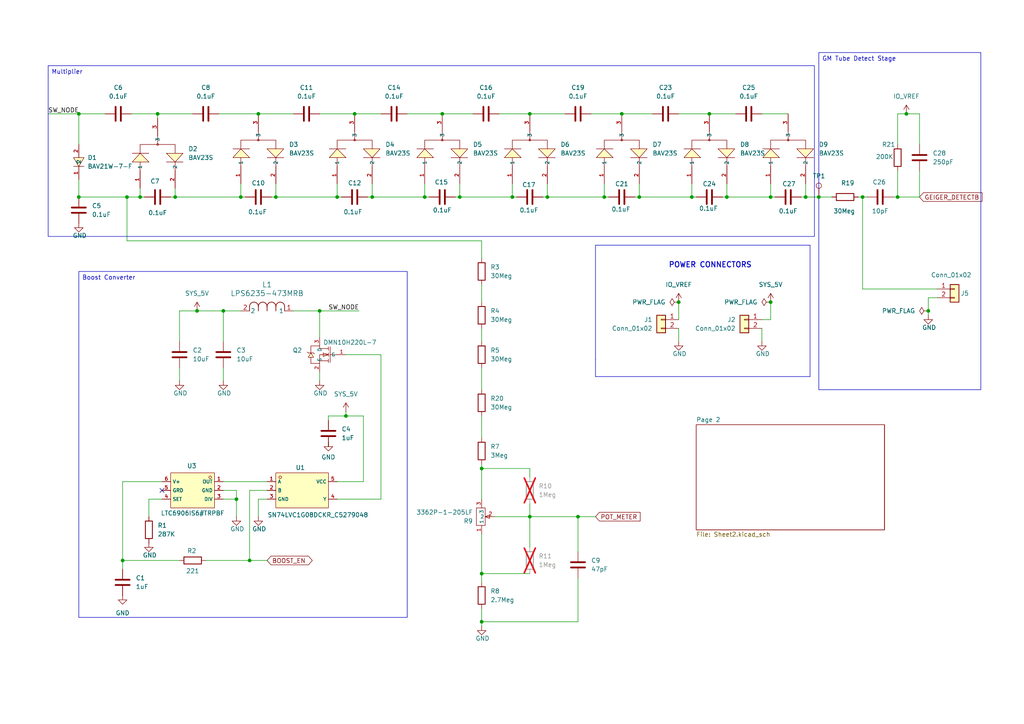
<source format=kicad_sch>
(kicad_sch (version 20250114) (generator "eeschema") (generator_version "9.0")
  (paper "A4")
  (title_block (title "High Voltage Power Supply") (date "2025-12-20") (rev "V1.1"))
  (lib_symbols
    (symbol "3362P-1-205LF:3362P-1-205LF"
      (property "Reference" "R" (at 0 1.27 0))
      (property "Value" "3362P-1-205LF" (at 0 -2.54 0))
      (symbol "3362P-1-205LF_0_1"
        (pin input line (at -2.54 0 0) (length 2.54) (name "2") (number "2"))
        (pin input line (at 1.27 5.08 270) (length 2.54) (name "1") (number "1"))
        (pin input line (at 1.27 -5.08 90) (length 2.54) (name "3") (number "3"))
      )
    )
    (symbol "BAV21W-7-F:BAV21W-7-F"
      (property "Reference" "D" (at 0 1.27 0))
      (property "Value" "BAV21W-7-F" (at 0 -2.54 0))
      (symbol "BAV21W-7-F_1_1"
        (pin passive line (at -5.08 0 0) (length 3.81) (name "1") (number "1"))
        (pin passive line (at 5.08 0 180) (length 3.81) (name "2") (number "2"))
      )
    )
    (symbol "BAV23S:BAV23S"
      (property "Reference" "U" (at 0 1.27 0))
      (property "Value" "BAV23S" (at 0 -2.54 0))
      (symbol "BAV23S_1_1"
        (pin passive line (at -10.16 5.08 0) (length 5.08) (name "1") (number "1"))
        (pin passive line (at -10.16 -5.08 0) (length 5.08) (name "2") (number "2"))
        (pin passive line (at 10.16 0 180) (length 5.08) (name "3") (number "3"))
      )
    )
    (symbol "BAV23S_1"
      (property "Reference" "U11" (at 1.2701 -8.89 90))
      (property "Value" "BAV23S" (at -1.2699 -8.89 90))
      (symbol "BAV23S_1_1_1"
        (pin passive line (at -10.16 5.08 0) (length 5.08) (name "1") (number "1"))
        (pin passive line (at -10.16 -5.08 0) (length 5.08) (name "2") (number "2"))
        (pin passive line (at 10.16 0 180) (length 5.08) (name "3") (number "3"))
      )
    )
    (symbol "Connector:TestPoint" (pin_numbers (hide yes)) (pin_names (offset 0.762) (hide yes))
      (property "Reference" "TP" (at 0 6.858 0))
      (property "Value" "TestPoint" (at 0 5.08 0))
      (symbol "TestPoint_1_1"
        (pin passive line (at 0 0 90) (length 2.54) (name "1") (number "1"))
      )
    )
    (symbol "Connector_Generic:Conn_01x02" (pin_names (offset 1.016) (hide yes))
      (property "Reference" "J" (at 0 2.54 0))
      (property "Value" "Conn_01x02" (at 0 -5.08 0))
      (symbol "Conn_01x02_1_1"
        (pin passive line (at -5.08 0 0) (length 3.81) (name "Pin_1") (number "1"))
        (pin passive line (at -5.08 -2.54 0) (length 3.81) (name "Pin_2") (number "2"))
      )
    )
    (symbol "DMN10H220L-7:DMN10H220L-7"
      (property "Reference" "U3" (at 7.62 1.2701 0))
      (property "Value" "DMN10H220L-7" (at -13.97 3.556 0))
      (symbol "DMN10H220L-7_1_1"
        (pin input line (at -5.08 0 0) (length 2.54) (name "G") (number "1"))
        (pin passive line (at 2.54 5.08 270) (length 2.54) (name "D") (number "3"))
        (pin passive line (at 2.54 -5.08 90) (length 2.54) (name "S") (number "2"))
      )
    )
    (symbol "Device:C" (pin_numbers (hide yes)) (pin_names (offset 0.254))
      (property "Reference" "C" (at 0.635 2.54 0))
      (property "Value" "C" (at 0.635 -2.54 0))
      (symbol "C_1_1"
        (pin passive line (at 0 3.81 270) (length 2.794) (name "~") (number "1"))
        (pin passive line (at 0 -3.81 90) (length 2.794) (name "~") (number "2"))
      )
    )
    (symbol "Device:R" (pin_numbers (hide yes)) (pin_names (offset 0))
      (property "Reference" "R" (at 2.032 0 90))
      (property "Value" "R" (at 0 0 90))
      (symbol "R_1_1"
        (pin passive line (at 0 3.81 270) (length 1.27) (name "~") (number "1"))
        (pin passive line (at 0 -3.81 90) (length 1.27) (name "~") (number "2"))
      )
    )
    (symbol "HV_POWER_SUPPLY:LTC6906IS6#TRPBF"
      (property "Reference" "U1" (at 0.254 7.112 0))
      (property "Value" "LTC6906IS6#TRPBF" (at 0 -6.604 0))
      (symbol "LTC6906IS6#TRPBF_1_1"
        (pin output line (at -8.89 2.54 0) (length 2.54) (name "OUT") (number "1"))
        (pin input line (at -8.89 0 0) (length 2.54) (name "GND") (number "2"))
        (pin input line (at -8.89 -2.54 0) (length 2.54) (name "DIV") (number "3"))
        (pin input line (at 8.89 2.54 180) (length 2.54) (name "V+") (number "6"))
        (pin input line (at 8.89 0 180) (length 2.54) (name "GRD") (number "5"))
        (pin input line (at 8.89 -2.54 180) (length 2.54) (name "SET") (number "4"))
      )
    )
    (symbol "LPS6235-473MRB:LPS6235-473MRB" (pin_names (offset 0.254))
      (property "Reference" "L" (at 6.985 5.08 0))
      (property "Value" "LPS6235-473MRB" (at 6.985 -2.54 0))
      (symbol "LPS6235-473MRB_1_1"
        (pin unspecified line (at 0 0 0) (length 2.54) (name "2") (number "2"))
        (pin unspecified line (at 15.24 0 180) (length 2.54) (name "1") (number "1"))
      )
      (symbol "LPS6235-473MRB_1_2"
        (pin unspecified line (at 0 15.24 270) (length 2.54) (name "1") (number "1"))
        (pin unspecified line (at 0 0 90) (length 2.54) (name "2") (number "2"))
      )
    )
    (symbol "SN74LVC1G08DCKR:SN74LVC1G08DCKR_C5279048"
      (property "Reference" "U2" (at -0.508 6.604 0))
      (property "Value" "SN74LVC1G08DCKR_C5279048" (at 4.572 -7.112 0))
      (symbol "SN74LVC1G08DCKR_C5279048_1_1"
        (pin input line (at -10.16 2.54 0) (length 2.54) (name "A") (number "1"))
        (pin input line (at -10.16 0 0) (length 2.54) (name "B") (number "2"))
        (pin input line (at -10.16 -2.54 0) (length 2.54) (name "GND") (number "3"))
        (pin input line (at 10.16 2.54 180) (length 2.54) (name "VCC") (number "5"))
        (pin output line (at 10.16 -2.54 180) (length 2.54) (name "Y") (number "4"))
      )
    )
    (symbol "power:GND" (power) (pin_numbers (hide yes)) (pin_names (offset 0) (hide yes))
      (property "Value" "GND" (at 0 -3.81 0))
      (symbol "GND_1_1"
        (pin power_in line (at 0 0 270) (length 0) (name "~") (number "1"))
      )
    )
    (symbol "power:PWR_FLAG" (power) (pin_numbers (hide yes)) (pin_names (offset 0) (hide yes))
      (property "Value" "PWR_FLAG" (at 0 3.81 0))
      (symbol "PWR_FLAG_0_0"
        (pin power_out line (at 0 0 90) (length 0) (name "~") (number "1"))
      )
    )
    (symbol "power:VCC" (power) (pin_numbers (hide yes)) (pin_names (offset 0) (hide yes))
      (property "Value" "VCC" (at 0 3.556 0))
      (symbol "VCC_1_1"
        (pin power_in line (at 0 0 90) (length 0) (name "~") (number "1"))
      )
    )
  )
  (text "POWER CONNECTORS" (at 205.994 76.962 0) (effects (font (size 1.524 1.524) (thickness 0.254) (bold yes))))
  (text_box "Boost Converter" (at 22.86 78.74 0) (size 95.25 100.33) (margins 0.9525 0.9525 0.9525 0.9525) (effects (font (size 1.27 1.27)) (justify left top)))
  (text_box "GM Tube Detect Stage" (at 237.49 15.24 0) (size 46.99 97.79) (margins 0.9525 0.9525 0.9525 0.9525) (effects (font (size 1.27 1.27)) (justify left top)))
  (text_box "Multiplier" (at 13.97 19.05 0) (size 222.25 49.53) (margins 0.9525 0.9525 0.9525 0.9525) (effects (font (size 1.27 1.27)) (justify left top)))
  (junction (at 180.34 33.02))
  (junction (at 22.86 33.02))
  (junction (at 139.7 180.34))
  (junction (at 74.93 33.02))
  (junction (at 68.58 144.78))
  (junction (at 92.71 90.17))
  (junction (at 36.83 57.15))
  (junction (at 223.52 57.15))
  (junction (at 153.67 149.86))
  (junction (at 148.59 57.15))
  (junction (at 237.49 57.15))
  (junction (at 57.15 90.17))
  (junction (at 260.35 57.15))
  (junction (at 123.19 57.15))
  (junction (at 107.95 57.15))
  (junction (at 64.77 90.17))
  (junction (at 175.26 57.15))
  (junction (at 50.8 57.15))
  (junction (at 45.72 33.02))
  (junction (at 250.19 57.15))
  (junction (at 69.85 57.15))
  (junction (at 185.42 57.15))
  (junction (at 210.82 57.15))
  (junction (at 35.56 162.56))
  (junction (at 196.85 87.63))
  (junction (at 262.89 33.02))
  (junction (at 80.01 57.15))
  (junction (at 97.79 57.15))
  (junction (at 100.33 120.65))
  (junction (at 153.67 33.02))
  (junction (at 269.24 90.17))
  (junction (at 139.7 135.89))
  (junction (at 22.86 57.15))
  (junction (at 72.39 162.56))
  (junction (at 128.27 33.02))
  (junction (at 205.74 33.02))
  (junction (at 167.64 149.86))
  (junction (at 40.64 57.15))
  (junction (at 233.68 57.15))
  (junction (at 158.75 57.15))
  (junction (at 133.35 57.15))
  (junction (at 200.66 57.15))
  (junction (at 139.7 166.37))
  (junction (at 102.87 33.02))
  (junction (at 223.52 87.63))
  (no_connect (at 46.99 142.24))
  (wire (pts (xy 139.7 106.68) (xy 139.7 113.03)))
  (wire (pts (xy 92.71 107.95) (xy 92.71 110.49)))
  (wire (pts (xy 233.68 53.34) (xy 233.68 57.15)))
  (wire (pts (xy 74.93 33.02) (xy 85.09 33.02)))
  (polyline (pts (xy 172.72 71.12) (xy 234.95 71.12)))
  (wire (pts (xy 64.77 139.7) (xy 77.47 139.7)))
  (wire (pts (xy 100.33 120.65) (xy 100.33 119.38)))
  (wire (pts (xy 13.97 33.02) (xy 22.86 33.02)))
  (wire (pts (xy 105.41 139.7) (xy 105.41 120.65)))
  (wire (pts (xy 158.75 57.15) (xy 175.26 57.15)))
  (wire (pts (xy 95.25 120.65) (xy 100.33 120.65)))
  (wire (pts (xy 133.35 57.15) (xy 148.59 57.15)))
  (wire (pts (xy 78.74 57.15) (xy 80.01 57.15)))
  (wire (pts (xy 220.98 92.71) (xy 223.52 92.71)))
  (wire (pts (xy 85.09 90.17) (xy 92.71 90.17)))
  (wire (pts (xy 74.93 144.78) (xy 74.93 149.86)))
  (wire (pts (xy 64.77 142.24) (xy 68.58 142.24)))
  (wire (pts (xy 22.86 33.02) (xy 30.48 33.02)))
  (wire (pts (xy 50.8 57.15) (xy 69.85 57.15)))
  (wire (pts (xy 148.59 57.15) (xy 149.86 57.15)))
  (wire (pts (xy 153.67 149.86) (xy 167.64 149.86)))
  (wire (pts (xy 52.07 99.06) (xy 52.07 90.17)))
  (wire (pts (xy 139.7 154.94) (xy 139.7 166.37)))
  (wire (pts (xy 110.49 102.87) (xy 100.33 102.87)))
  (wire (pts (xy 95.25 120.65) (xy 95.25 121.92)))
  (wire (pts (xy 266.7 33.02) (xy 266.7 41.91)))
  (wire (pts (xy 185.42 53.34) (xy 185.42 57.15)))
  (wire (pts (xy 167.64 180.34) (xy 139.7 180.34)))
  (wire (pts (xy 175.26 53.34) (xy 175.26 57.15)))
  (wire (pts (xy 102.87 33.02) (xy 110.49 33.02)))
  (wire (pts (xy 269.24 90.17) (xy 269.24 86.36)))
  (wire (pts (xy 45.72 33.02) (xy 55.88 33.02)))
  (wire (pts (xy 64.77 90.17) (xy 69.85 90.17)))
  (wire (pts (xy 167.64 149.86) (xy 172.72 149.86)))
  (wire (pts (xy 22.86 41.91) (xy 22.86 33.02)))
  (wire (pts (xy 262.89 33.02) (xy 266.7 33.02)))
  (wire (pts (xy 223.52 57.15) (xy 224.79 57.15)))
  (wire (pts (xy 210.82 53.34) (xy 210.82 57.15)))
  (wire (pts (xy 36.83 69.85) (xy 36.83 57.15)))
  (wire (pts (xy 269.24 86.36) (xy 271.78 86.36)))
  (wire (pts (xy 92.71 33.02) (xy 102.87 33.02)))
  (polyline (pts (xy 172.72 104.14) (xy 172.72 71.12)))
  (wire (pts (xy 92.71 90.17) (xy 104.14 90.17)))
  (wire (pts (xy 248.92 57.15) (xy 250.19 57.15)))
  (polyline (pts (xy 234.95 109.22) (xy 172.72 109.22)))
  (wire (pts (xy 49.53 57.15) (xy 50.8 57.15)))
  (wire (pts (xy 139.7 135.89) (xy 153.67 135.89)))
  (wire (pts (xy 266.7 49.53) (xy 266.7 57.15)))
  (wire (pts (xy 35.56 162.56) (xy 52.07 162.56)))
  (wire (pts (xy 64.77 144.78) (xy 68.58 144.78)))
  (wire (pts (xy 106.68 57.15) (xy 107.95 57.15)))
  (wire (pts (xy 139.7 69.85) (xy 139.7 74.93)))
  (wire (pts (xy 97.79 139.7) (xy 105.41 139.7)))
  (wire (pts (xy 41.91 57.15) (xy 40.64 57.15)))
  (wire (pts (xy 259.08 57.15) (xy 260.35 57.15)))
  (wire (pts (xy 35.56 162.56) (xy 35.56 139.7)))
  (wire (pts (xy 139.7 82.55) (xy 139.7 87.63)))
  (wire (pts (xy 110.49 102.87) (xy 110.49 144.78)))
  (wire (pts (xy 123.19 53.34) (xy 123.19 57.15)))
  (wire (pts (xy 250.19 83.82) (xy 250.19 57.15)))
  (wire (pts (xy 64.77 106.68) (xy 64.77 110.49)))
  (wire (pts (xy 237.49 57.15) (xy 241.3 57.15)))
  (wire (pts (xy 139.7 120.65) (xy 139.7 127)))
  (wire (pts (xy 50.8 54.61) (xy 50.8 57.15)))
  (wire (pts (xy 167.64 167.64) (xy 167.64 180.34)))
  (wire (pts (xy 185.42 57.15) (xy 200.66 57.15)))
  (wire (pts (xy 100.33 120.65) (xy 105.41 120.65)))
  (wire (pts (xy 153.67 146.05) (xy 153.67 149.86)))
  (wire (pts (xy 128.27 33.02) (xy 137.16 33.02)))
  (wire (pts (xy 57.15 90.17) (xy 64.77 90.17)))
  (wire (pts (xy 232.41 57.15) (xy 233.68 57.15)))
  (polyline (pts (xy 234.95 71.12) (xy 234.95 109.22)))
  (wire (pts (xy 139.7 166.37) (xy 153.67 166.37)))
  (wire (pts (xy 52.07 106.68) (xy 52.07 110.49)))
  (wire (pts (xy 59.69 162.56) (xy 72.39 162.56)))
  (wire (pts (xy 205.74 33.02) (xy 213.36 33.02)))
  (wire (pts (xy 143.51 149.86) (xy 153.67 149.86)))
  (wire (pts (xy 196.85 95.25) (xy 196.85 99.06)))
  (wire (pts (xy 153.67 33.02) (xy 163.83 33.02)))
  (wire (pts (xy 223.52 92.71) (xy 223.52 87.63)))
  (wire (pts (xy 260.35 57.15) (xy 266.7 57.15)))
  (wire (pts (xy 158.75 57.15) (xy 158.75 53.34)))
  (wire (pts (xy 220.98 95.25) (xy 220.98 99.06)))
  (wire (pts (xy 148.59 53.34) (xy 148.59 57.15)))
  (wire (pts (xy 77.47 142.24) (xy 72.39 142.24)))
  (wire (pts (xy 139.7 180.34) (xy 139.7 181.61)))
  (wire (pts (xy 72.39 142.24) (xy 72.39 162.56)))
  (wire (pts (xy 52.07 90.17) (xy 57.15 90.17)))
  (wire (pts (xy 45.72 33.02) (xy 38.1 33.02)))
  (wire (pts (xy 107.95 57.15) (xy 123.19 57.15)))
  (wire (pts (xy 260.35 33.02) (xy 262.89 33.02)))
  (wire (pts (xy 171.45 33.02) (xy 180.34 33.02)))
  (wire (pts (xy 167.64 149.86) (xy 167.64 160.02)))
  (wire (pts (xy 209.55 57.15) (xy 210.82 57.15)))
  (wire (pts (xy 45.72 34.29) (xy 45.72 33.02)))
  (wire (pts (xy 184.15 57.15) (xy 185.42 57.15)))
  (wire (pts (xy 132.08 57.15) (xy 133.35 57.15)))
  (wire (pts (xy 43.18 144.78) (xy 46.99 144.78)))
  (wire (pts (xy 153.67 138.43) (xy 153.67 135.89)))
  (wire (pts (xy 63.5 33.02) (xy 74.93 33.02)))
  (wire (pts (xy 139.7 176.53) (xy 139.7 180.34)))
  (wire (pts (xy 220.98 33.02) (xy 228.6 33.02)))
  (wire (pts (xy 40.64 54.61) (xy 40.64 57.15)))
  (wire (pts (xy 35.56 139.7) (xy 46.99 139.7)))
  (wire (pts (xy 43.18 149.86) (xy 43.18 144.78)))
  (wire (pts (xy 97.79 53.34) (xy 97.79 57.15)))
  (wire (pts (xy 68.58 142.24) (xy 68.58 144.78)))
  (wire (pts (xy 22.86 52.07) (xy 22.86 57.15)))
  (wire (pts (xy 71.12 57.15) (xy 69.85 57.15)))
  (wire (pts (xy 153.67 33.02) (xy 144.78 33.02)))
  (wire (pts (xy 153.67 149.86) (xy 153.67 158.75)))
  (wire (pts (xy 133.35 53.34) (xy 133.35 57.15)))
  (wire (pts (xy 124.46 57.15) (xy 123.19 57.15)))
  (wire (pts (xy 139.7 135.89) (xy 139.7 144.78)))
  (wire (pts (xy 175.26 57.15) (xy 176.53 57.15)))
  (wire (pts (xy 36.83 57.15) (xy 40.64 57.15)))
  (wire (pts (xy 200.66 57.15) (xy 201.93 57.15)))
  (wire (pts (xy 107.95 53.34) (xy 107.95 57.15)))
  (wire (pts (xy 269.24 91.44) (xy 269.24 90.17)))
  (wire (pts (xy 223.52 53.34) (xy 223.52 57.15)))
  (wire (pts (xy 180.34 33.02) (xy 189.23 33.02)))
  (wire (pts (xy 260.35 57.15) (xy 260.35 49.53)))
  (wire (pts (xy 250.19 57.15) (xy 251.46 57.15)))
  (wire (pts (xy 80.01 57.15) (xy 97.79 57.15)))
  (wire (pts (xy 200.66 53.34) (xy 200.66 57.15)))
  (wire (pts (xy 196.85 33.02) (xy 205.74 33.02)))
  (wire (pts (xy 139.7 95.25) (xy 139.7 99.06)))
  (wire (pts (xy 260.35 41.91) (xy 260.35 33.02)))
  (wire (pts (xy 118.11 33.02) (xy 128.27 33.02)))
  (wire (pts (xy 64.77 99.06) (xy 64.77 90.17)))
  (wire (pts (xy 139.7 166.37) (xy 139.7 168.91)))
  (wire (pts (xy 210.82 57.15) (xy 223.52 57.15)))
  (wire (pts (xy 233.68 57.15) (xy 237.49 57.15)))
  (wire (pts (xy 69.85 53.34) (xy 69.85 57.15)))
  (wire (pts (xy 196.85 87.63) (xy 196.85 92.71)))
  (wire (pts (xy 22.86 57.15) (xy 36.83 57.15)))
  (wire (pts (xy 97.79 57.15) (xy 99.06 57.15)))
  (wire (pts (xy 92.71 90.17) (xy 92.71 97.79)))
  (wire (pts (xy 68.58 144.78) (xy 68.58 149.86)))
  (wire (pts (xy 35.56 165.1) (xy 35.56 162.56)))
  (wire (pts (xy 97.79 144.78) (xy 110.49 144.78)))
  (polyline (pts (xy 172.72 104.14) (xy 172.72 109.22)))
  (wire (pts (xy 80.01 53.34) (xy 80.01 57.15)))
  (wire (pts (xy 139.7 134.62) (xy 139.7 135.89)))
  (wire (pts (xy 72.39 162.56) (xy 77.47 162.56)))
  (wire (pts (xy 157.48 57.15) (xy 158.75 57.15)))
  (wire (pts (xy 139.7 69.85) (xy 36.83 69.85)))
  (wire (pts (xy 95.25 129.54) (xy 95.25 128.27)))
  (wire (pts (xy 77.47 144.78) (xy 74.93 144.78)))
  (wire (pts (xy 250.19 83.82) (xy 271.78 83.82)))
  (label "SW_NODE" (at 13.97 33.02 0))
  (label "SW_NODE" (at 104.14 90.17 180))
  (global_label "POT_METER" (shape input) (at 172.72 149.86 0) (property "Intersheetrefs" "${INTERSHEET_REFS}" (effects (hide yes))))
  (global_label "BOOST_EN" (shape bidirectional) (at 77.47 162.56 0) (property "Intersheetrefs" "${INTERSHEET_REFS}" (effects (hide yes))))
  (global_label "GEIGER_DETECTB" (shape input) (at 266.7 57.15 0) (property "Intersheetrefs" "${INTERSHEET_REFS}" (effects (hide yes))))
  (symbol (lib_id "Device:C") (at 167.64 163.83 0) (unit 1)
    (property "Reference" "C9" (at 171.45 162.5599 0) (effects (justify left)))
    (property "Value" "47pF" (at 171.45 165.0999 0) (effects (justify left)))
    (property "Footprint" "Capacitor_SMD:C_0603_1608Metric" (effects (hide yes)))
    (property "Description" "47pF 50V X7R ±10% 0603" (effects (hide yes)))
    (property "LCSC" "C2169937" (effects (hide yes)))
    (property "Package" "0603" (effects (hide yes)))
    (property "manufacturer Part Number" " C0603C470K5RACAUTO" (effects (hide yes)))
    (property "Manufacturer" "KEMET" (effects (hide yes)))
  )
  (symbol (lib_id "power:VCC") (at 196.85 87.63 0) (unit 1)
    (property "Reference" "#PWR020" (effects (hide yes)))
    (property "Value" "IO_VREF" (at 196.85 82.55 0))
    (property "Description" "Power symbol creates a global label with name \"VCC\"" (effects (hide yes)))
  )
  (symbol (lib_id "3362P-1-205LF:3362P-1-205LF") (at 140.97 149.86 180) (unit 1)
    (property "Reference" "R9" (at 137.16 151.1301 0) (effects (justify left)))
    (property "Value" "3362P-1-205LF" (at 137.16 148.5901 0) (effects (justify left)))
    (property "Footprint" "HV_POWER_SUPPLY:RES-ADJ-TH_3362P" (effects (hide yes)))
    (property "Datasheet" "https://lcsc.com/product-detail/Precision-Potentiometer_Made-in-China-3362P-1-105_C20063.html" (effects (hide yes)))
    (property "Description" "1 2MΩ 500mW ±10% ±100ppm/℃ Plugin-3P,7x6.6mm Potentiometers" (effects (hide yes)))
    (property "LCSC" "C124582" (effects (hide yes)))
    (property "Package" "Plugin-3P,7x6.6mm" (effects (hide yes)))
    (property "manufacturer Part Number" "3362P-1-205LF" (effects (hide yes)))
    (property "Manufacturer" "BOURNS" (effects (hide yes)))
  )
  (symbol (lib_id "Device:R") (at 139.7 130.81 0) (unit 1)
    (property "Reference" "R7" (at 142.24 129.5399 0) (effects (justify left)))
    (property "Value" "3Meg" (at 142.24 132.0799 0) (effects (justify left)))
    (property "Footprint" "Resistor_SMD:R_0603_1608Metric" (effects (hide yes)))
    (property "Description" "3MΩ Thick Film Resistor ±1% ±100ppm/℃ 0603  100mW" (effects (hide yes)))
    (property "Package" "0603" (effects (hide yes)))
    (property "manufacturer Part Number" "CRCW06033M00FKEA" (effects (hide yes)))
    (property "LCSC" "C4299696" (effects (hide yes)))
    (property "Manufacturer" "Vishay Intertech" (effects (hide yes)))
  )
  (symbol (lib_id "power:PWR_FLAG") (at 269.24 90.17 90) (unit 1)
    (property "Reference" "#FLG03" (effects (hide yes)))
    (property "Value" "PWR_FLAG" (at 265.43 90.1699 90) (effects (justify left)))
    (property "Description" "Special symbol for telling ERC where power comes from" (effects (hide yes)))
  )
  (symbol (lib_id "power:VCC") (at 262.89 33.02 0) (unit 1)
    (property "Reference" "#PWR013" (effects (hide yes)))
    (property "Value" "IO_VREF" (at 262.89 27.94 0))
    (property "Description" "Power symbol creates a global label with name \"VCC\"" (effects (hide yes)))
  )
  (symbol (lib_id "Connector:TestPoint") (at 237.49 57.15 0) (unit 1)
    (property "Reference" "TP1" (at 235.712 51.054 0) (effects (justify left)))
    (property "Value" "TestPoint" (effects (hide yes)))
    (property "Footprint" "TestPoint:TestPoint_Pad_1.0x1.0mm" (effects (hide yes)))
    (property "Description" "test point" (effects (hide yes)))
  )
  (symbol (lib_id "Device:C") (at 217.17 33.02 90) (unit 1)
    (property "Reference" "C25" (at 217.17 25.4 90))
    (property "Value" "0.1uF" (at 217.17 27.94 90))
    (property "Footprint" "Capacitor_SMD:C_1206_3216Metric" (effects (hide yes)))
    (property "Description" "100V 100nF X7R ±10% 1206" (effects (hide yes)))
    (property "LCSC" "C597455" (effects (hide yes)))
    (property "Package" "1206" (effects (hide yes)))
    (property "manufacturer Part Number" " 12061C104JAT2A" (effects (hide yes)))
    (property "Manufacturer" "AVX" (effects (hide yes)))
  )
  (symbol (lib_id "power:GND") (at 64.77 110.49 0) (unit 1)
    (property "Reference" "#PWR09" (effects (hide yes)))
    (property "Value" "GND" (at 65.024 114.046 0))
    (property "Description" "Power symbol creates a global label with name \"GND\" , ground" (effects (hide yes)))
  )
  (symbol (lib_id "Device:R") (at 43.18 153.67 0) (unit 1)
    (property "Reference" "R1" (at 45.72 152.3999 0) (effects (justify left)))
    (property "Value" "287K" (at 45.72 154.9399 0) (effects (justify left)))
    (property "Footprint" "Resistor_SMD:R_0603_1608Metric" (effects (hide yes)))
    (property "Description" "100mW 287kΩ 75V Thick Film Resistor ±1% ±100ppm/℃ 0603" (effects (hide yes)))
    (property "Package" "0603" (effects (hide yes)))
    (property "manufacturer Part Number" "RC0603FR-07287KL" (effects (hide yes)))
    (property "LCSC" "C245944" (effects (hide yes)))
    (property "Manufacturer" "YAGEO" (effects (hide yes)))
  )
  (symbol (lib_id "Device:C") (at 52.07 102.87 0) (unit 1)
    (property "Reference" "C2" (at 55.88 101.5999 0) (effects (justify left)))
    (property "Value" "10uF" (at 55.88 104.1399 0) (effects (justify left)))
    (property "Footprint" "Capacitor_SMD:C_0805_2012Metric" (effects (hide yes)))
    (property "Description" "10uF 16V X5R ±10% 0805" (effects (hide yes)))
    (property "LCSC" "C77075" (effects (hide yes)))
    (property "Package" "0805" (effects (hide yes)))
    (property "manufacturer Part Number" "GRM21BR61C106KE15L" (effects (hide yes)))
    (property "Manufacturer" "Murata Electronics" (effects (hide yes)))
  )
  (symbol (lib_id "power:GND") (at 92.71 110.49 0) (unit 1)
    (property "Reference" "#PWR07" (effects (hide yes)))
    (property "Value" "GND" (at 92.964 114.046 0))
    (property "Description" "Power symbol creates a global label with name \"GND\" , ground" (effects (hide yes)))
  )
  (symbol (lib_id "Connector_Generic:Conn_01x02") (at 215.9 92.71 0) (mirror y) (unit 1)
    (property "Reference" "J2" (at 213.36 92.7099 0) (effects (justify left)))
    (property "Value" "Conn_01x02" (at 213.36 95.2499 0) (effects (justify left)))
    (property "Footprint" "Connector_PinHeader_2.54mm:PinHeader_1x02_P2.54mm_Vertical" (effects (hide yes)))
    (property "Description" "P=2.54mm Pin Headers" (effects (hide yes)))
    (property "Package" "Plugin,P=2.54mm" (effects (hide yes)))
    (property "manufacturer Part Number" "PH1-02-UA" (effects (hide yes)))
    (property "LCSC" "C5828287" (effects (hide yes)))
    (property "Manufacturer" "ADAM TECH" (effects (hide yes)))
  )
  (symbol (lib_id "power:GND") (at 269.24 91.44 0) (unit 1)
    (property "Reference" "#PWR030" (effects (hide yes)))
    (property "Value" "GND" (at 269.494 94.996 0))
    (property "Description" "Power symbol creates a global label with name \"GND\" , ground" (effects (hide yes)))
  )
  (symbol (lib_id "power:VCC") (at 100.33 119.38 0) (unit 1)
    (property "Reference" "#PWR06" (effects (hide yes)))
    (property "Value" "SYS_5V" (at 100.33 114.3 0))
    (property "Description" "Power symbol creates a global label with name \"VCC\"" (effects (hide yes)))
  )
  (symbol (lib_id "power:GND") (at 52.07 110.49 0) (unit 1)
    (property "Reference" "#PWR08" (effects (hide yes)))
    (property "Value" "GND" (at 52.324 114.046 0))
    (property "Description" "Power symbol creates a global label with name \"GND\" , ground" (effects (hide yes)))
  )
  (symbol (lib_id "Device:C") (at 228.6 57.15 90) (unit 1)
    (property "Reference" "C27" (at 228.854 53.34 90))
    (property "Value" "0.1uF" (at 228.6 61.214 90))
    (property "Footprint" "Capacitor_SMD:C_1206_3216Metric" (effects (hide yes)))
    (property "Description" "100V 100nF X7R ±10% 1206" (effects (hide yes)))
    (property "LCSC" "C597455" (effects (hide yes)))
    (property "Package" "1206" (effects (hide yes)))
    (property "manufacturer Part Number" " 12061C104JAT2A" (effects (hide yes)))
    (property "Manufacturer" "AVX" (effects (hide yes)))
  )
  (symbol (lib_id "BAV23S:BAV23S") (at 153.67 43.18 90) (unit 1)
    (property "Reference" "D6" (at 162.56 41.9099 90) (effects (justify right)))
    (property "Value" "BAV23S" (at 162.56 44.4499 90) (effects (justify right)))
    (property "Footprint" "HV_POWER_SUPPLY:BAV23S_SOT-23-3_L2.9-W1.6-P1.90-LS2.8-BR" (effects (hide yes)))
    (property "Datasheet" "https://item.szlcsc.com/14454.html" (effects (hide yes)))
    (property "Description" ".25V@200mA 100nA@200V 200V 350mW 400mA 50ns SOT-23 Switching Diodes" (effects (hide yes)))
    (property "LCSC" "C151049" (effects (hide yes)))
    (property "Package" "SOT-23" (effects (hide yes)))
    (property "manufacturer Part Number" "BAV23S" (effects (hide yes)))
    (property "Manufacturer" "Diodes Incorporated" (effects (hide yes)))
  )
  (symbol (lib_id "Device:C") (at 255.27 57.15 90) (unit 1)
    (property "Reference" "C26" (at 255.016 52.832 90))
    (property "Value" "10pF" (at 255.27 61.214 90))
    (property "Footprint" "Capacitor_SMD:C_1206_3216Metric" (effects (hide yes)))
    (property "Description" "10pF 1kV C0G ±5% 1206" (effects (hide yes)))
    (property "LCSC" "C22374878" (effects (hide yes)))
    (property "Package" "1206" (effects (hide yes)))
    (property "manufacturer Part Number" "CGA1206C0G100J102MT" (effects (hide yes)))
    (property "Manufacturer" "HRE" (effects (hide yes)))
  )
  (symbol (lib_id "Device:R") (at 245.11 57.15 90) (unit 1)
    (property "Reference" "R19" (at 245.872 53.086 90))
    (property "Value" "30Meg" (at 244.856 61.214 90))
    (property "Footprint" "Resistor_SMD:R_0805_2012Metric" (effects (hide yes)))
    (property "Description" "30MΩ 600V Thick Film Resistor ±1% ±50ppm/℃ 0805  200mW" (effects (hide yes)))
    (property "Package" "0805" (effects (hide yes)))
    (property "manufacturer Part Number" "HVCB0805FDC30M0" (effects (hide yes)))
    (property "LCSC" " HVCB0805FDC30M0" (effects (hide yes)))
    (property "Manufacturer" "SEI(Stackpole Elec)" (effects (hide yes)))
  )
  (symbol (lib_id "Device:C") (at 95.25 125.73 0) (unit 1)
    (property "Reference" "C4" (at 99.06 124.4599 0) (effects (justify left)))
    (property "Value" "1uF" (at 99.06 126.9999 0) (effects (justify left)))
    (property "Footprint" "Capacitor_SMD:C_0603_1608Metric" (effects (hide yes)))
    (property "Description" "16V 1uF X7R ±10% 0603" (effects (hide yes)))
    (property "LCSC" "C4153100" (effects (hide yes)))
    (property "Package" "0603" (effects (hide yes)))
    (property "manufacturer Part Number" "0603YC105KAT2A" (effects (hide yes)))
    (property "Manufacturer" "AVX" (effects (hide yes)))
  )
  (symbol (lib_id "Device:C") (at 88.9 33.02 90) (unit 1)
    (property "Reference" "C11" (at 88.9 25.4 90))
    (property "Value" "0.1uF" (at 88.9 27.94 90))
    (property "Footprint" "Capacitor_SMD:C_1206_3216Metric" (effects (hide yes)))
    (property "Description" "100V 100nF X7R ±10% 1206" (effects (hide yes)))
    (property "LCSC" "C597455" (effects (hide yes)))
    (property "Package" "1206" (effects (hide yes)))
    (property "manufacturer Part Number" " 12061C104JAT2A" (effects (hide yes)))
    (property "Manufacturer" "AVX" (effects (hide yes)))
  )
  (symbol (lib_id "SN74LVC1G08DCKR:SN74LVC1G08DCKR_C5279048") (at 87.63 142.24 0) (unit 1)
    (property "Reference" "U1" (at 87.122 135.636 0))
    (property "Value" "SN74LVC1G08DCKR_C5279048" (at 92.202 149.352 0))
    (property "Footprint" "HV_POWER_SUPPLY:SC-70-5_L2.0-W1.3-P0.65-LS2.1-BR" (effects (hide yes)))
    (property "Datasheet" "https://www.ti.com/cn/lit/ds/symlink/tps3803-ep.pdf?ts=1643197450925" (effects (hide yes)))
    (property "Description" "800mV 74LVC Series AND Gate SC-70-5" (effects (hide yes)))
    (property "LCSC" "C7832" (effects (hide yes)))
    (property "Package" "SC-70-5" (effects (hide yes)))
    (property "manufacturer Part Number" "SN74LVC1G08DCKR" (effects (hide yes)))
    (property "Manufacturer" "Texas Instruments" (effects (hide yes)))
  )
  (symbol (lib_id "Device:C") (at 180.34 57.15 90) (unit 1)
    (property "Reference" "C21" (at 180.34 53.34 90))
    (property "Value" "0.1uF" (at 180.086 60.706 90))
    (property "Footprint" "Capacitor_SMD:C_1206_3216Metric" (effects (hide yes)))
    (property "Description" "100V 100nF X7R ±10% 1206" (effects (hide yes)))
    (property "LCSC" "C597455" (effects (hide yes)))
    (property "Package" "1206" (effects (hide yes)))
    (property "manufacturer Part Number" " 12061C104JAT2A" (effects (hide yes)))
    (property "Manufacturer" "AVX" (effects (hide yes)))
  )
  (symbol (lib_id "Device:R") (at 139.7 172.72 0) (unit 1)
    (property "Reference" "R8" (at 142.24 171.4499 0) (effects (justify left)))
    (property "Value" "2.7Meg" (at 142.24 173.9899 0) (effects (justify left)))
    (property "Footprint" "Resistor_SMD:R_0603_1608Metric" (effects (hide yes)))
    (property "Description" "2.7MΩ Thick Film Resistor ±5% 0603   100mW 150V" (effects (hide yes)))
    (property "Package" "0603" (effects (hide yes)))
    (property "manufacturer Part Number" "FRC0805F2704TS" (effects (hide yes)))
    (property "LCSC" "C403468" (effects (hide yes)))
    (property "Manufacturer" "PANASONIC" (effects (hide yes)))
  )
  (symbol (lib_id "Device:C") (at 114.3 33.02 90) (unit 1)
    (property "Reference" "C14" (at 114.3 25.4 90))
    (property "Value" "0.1uF" (at 114.3 27.94 90))
    (property "Footprint" "Capacitor_SMD:C_1206_3216Metric" (effects (hide yes)))
    (property "Description" "100V 100nF X7R ±10% 1206" (effects (hide yes)))
    (property "LCSC" "C597455" (effects (hide yes)))
    (property "Package" "1206" (effects (hide yes)))
    (property "manufacturer Part Number" " 12061C104JAT2A" (effects (hide yes)))
    (property "Manufacturer" "AVX" (effects (hide yes)))
  )
  (symbol (lib_id "Device:R") (at 139.7 102.87 0) (unit 1)
    (property "Reference" "R5" (at 142.24 101.5999 0) (effects (justify left)))
    (property "Value" "30Meg" (at 142.24 104.1399 0) (effects (justify left)))
    (property "Footprint" "Resistor_SMD:R_0805_2012Metric" (effects (hide yes)))
    (property "Description" "30MΩ 600V Thick Film Resistor ±1% ±50ppm/℃ 0805  200mW" (effects (hide yes)))
    (property "Package" "0805" (effects (hide yes)))
    (property "manufacturer Part Number" "HVCB0805FDC30M0" (effects (hide yes)))
    (property "LCSC" " HVCB0805FDC30M0" (effects (hide yes)))
    (property "Manufacturer" "SEI(Stackpole Elec)" (effects (hide yes)))
  )
  (symbol (lib_id "Device:C") (at 140.97 33.02 90) (unit 1)
    (property "Reference" "C16" (at 140.97 25.4 90))
    (property "Value" "0.1uF" (at 140.97 27.94 90))
    (property "Footprint" "Capacitor_SMD:C_1206_3216Metric" (effects (hide yes)))
    (property "Description" "100V 100nF X7R ±10% 1206" (effects (hide yes)))
    (property "LCSC" "C597455" (effects (hide yes)))
    (property "Package" "1206" (effects (hide yes)))
    (property "manufacturer Part Number" " 12061C104JAT2A" (effects (hide yes)))
    (property "Manufacturer" "AVX" (effects (hide yes)))
  )
  (symbol (lib_id "Device:C") (at 64.77 102.87 0) (unit 1)
    (property "Reference" "C3" (at 68.58 101.5999 0) (effects (justify left)))
    (property "Value" "10uF" (at 68.58 104.1399 0) (effects (justify left)))
    (property "Footprint" "Capacitor_SMD:C_0805_2012Metric" (effects (hide yes)))
    (property "Description" "10uF 16V X5R ±10% 0805" (effects (hide yes)))
    (property "LCSC" "C77075" (effects (hide yes)))
    (property "Package" "0805" (effects (hide yes)))
    (property "manufacturer Part Number" "GRM21BR61C106KE15L" (effects (hide yes)))
    (property "Manufacturer" "Murata Electronics" (effects (hide yes)))
  )
  (symbol (lib_id "power:GND") (at 139.7 181.61 0) (unit 1)
    (property "Reference" "#PWR012" (effects (hide yes)))
    (property "Value" "GND" (at 139.954 185.166 0))
    (property "Description" "Power symbol creates a global label with name \"GND\" , ground" (effects (hide yes)))
  )
  (symbol (lib_id "power:GND") (at 196.85 99.06 0) (unit 1)
    (property "Reference" "#PWR021" (effects (hide yes)))
    (property "Value" "GND" (at 197.104 102.616 0))
    (property "Description" "Power symbol creates a global label with name \"GND\" , ground" (effects (hide yes)))
  )
  (symbol (lib_id "power:GND") (at 22.86 64.77 0) (unit 1)
    (property "Reference" "#PWR011" (effects (hide yes)))
    (property "Value" "GND" (at 23.114 68.326 0))
    (property "Description" "Power symbol creates a global label with name \"GND\" , ground" (effects (hide yes)))
  )
  (symbol (lib_id "Device:R") (at 153.67 142.24 0) (unit 1) (in_bom no) (dnp yes)
    (property "Reference" "R10" (at 156.21 140.9699 0) (effects (justify left)))
    (property "Value" "1Meg" (at 156.21 143.5099 0) (effects (justify left)))
    (property "Footprint" "Resistor_SMD:R_0603_1608Metric" (effects (hide yes)))
    (property "Description" "Resistor" (effects (hide yes)))
    (property "Package" "0805" (effects (hide yes)))
    (property "manufacturer Part Number" "RC0805FR-071ML" (effects (hide yes)))
    (property "LCSC" "C107700" (effects (hide yes)))
  )
  (symbol (lib_id "BAV23S:BAV23S") (at 45.72 44.45 90) (unit 1)
    (property "Reference" "D2" (at 54.61 43.1799 90) (effects (justify right)))
    (property "Value" "BAV23S" (at 54.61 45.7199 90) (effects (justify right)))
    (property "Footprint" "HV_POWER_SUPPLY:BAV23S_SOT-23-3_L2.9-W1.6-P1.90-LS2.8-BR" (effects (hide yes)))
    (property "Datasheet" "https://item.szlcsc.com/14454.html" (effects (hide yes)))
    (property "Description" ".25V@200mA 100nA@200V 200V 350mW 400mA 50ns SOT-23 Switching Diodes" (effects (hide yes)))
    (property "LCSC" "C151049" (effects (hide yes)))
    (property "Package" "SOT-23" (effects (hide yes)))
    (property "manufacturer Part Number" "BAV23S" (effects (hide yes)))
    (property "Manufacturer" "Diodes Incorporated" (effects (hide yes)))
  )
  (symbol (lib_id "power:GND") (at 68.58 149.86 0) (unit 1)
    (property "Reference" "#PWR03" (effects (hide yes)))
    (property "Value" "GND" (at 68.834 153.416 0))
    (property "Description" "Power symbol creates a global label with name \"GND\" , ground" (effects (hide yes)))
  )
  (symbol (lib_id "Device:C") (at 128.27 57.15 90) (unit 1)
    (property "Reference" "C15" (at 128.016 52.832 90))
    (property "Value" "0.1uF" (at 128.27 60.96 90))
    (property "Footprint" "Capacitor_SMD:C_1206_3216Metric" (effects (hide yes)))
    (property "Description" "100V 100nF X7R ±10% 1206" (effects (hide yes)))
    (property "LCSC" "C597455" (effects (hide yes)))
    (property "Package" "1206" (effects (hide yes)))
    (property "manufacturer Part Number" " 12061C104JAT2A" (effects (hide yes)))
    (property "Manufacturer" "AVX" (effects (hide yes)))
  )
  (symbol (lib_id "Device:C") (at 102.87 57.15 90) (unit 1)
    (property "Reference" "C12" (at 102.87 53.086 90))
    (property "Value" "0.1uF" (at 102.362 61.468 90))
    (property "Footprint" "Capacitor_SMD:C_1206_3216Metric" (effects (hide yes)))
    (property "Description" "100V 100nF X7R ±10% 1206" (effects (hide yes)))
    (property "LCSC" "C597455" (effects (hide yes)))
    (property "Package" "1206" (effects (hide yes)))
    (property "manufacturer Part Number" " 12061C104JAT2A" (effects (hide yes)))
    (property "Manufacturer" "AVX" (effects (hide yes)))
  )
  (symbol (lib_name "BAV23S_1") (lib_id "BAV23S:BAV23S") (at 228.6 43.18 90) (unit 1)
    (property "Reference" "D9" (at 237.49 41.9099 90) (effects (justify right)))
    (property "Value" "BAV23S" (at 237.49 44.4499 90) (effects (justify right)))
    (property "Footprint" "HV_POWER_SUPPLY:BAV23S_SOT-23-3_L2.9-W1.6-P1.90-LS2.8-BR" (effects (hide yes)))
    (property "Datasheet" "https://item.szlcsc.com/14454.html" (effects (hide yes)))
    (property "Description" ".25V@200mA 100nA@200V 200V 350mW 400mA 50ns SOT-23 Switching Diodes" (effects (hide yes)))
    (property "LCSC" "C151049" (effects (hide yes)))
    (property "Package" "SOT-23" (effects (hide yes)))
    (property "manufacturer Part Number" "BAV23S" (effects (hide yes)))
    (property "Manufacturer" "Diodes Incorporated" (effects (hide yes)))
  )
  (symbol (lib_id "Connector_Generic:Conn_01x02") (at 276.86 83.82 0) (unit 1)
    (property "Reference" "J5" (at 278.638 85.09 0) (effects (justify left)))
    (property "Value" "Conn_01x02" (at 270.002 79.756 0) (effects (justify left)))
    (property "Footprint" "Connector_PinHeader_2.54mm:PinHeader_1x02_P2.54mm_Vertical" (effects (hide yes)))
    (property "Description" "P=2.54mm Pin Headers" (effects (hide yes)))
    (property "Package" "Plugin,P=2.54mm" (effects (hide yes)))
    (property "manufacturer Part Number" "PH1-02-UA" (effects (hide yes)))
    (property "LCSC" "C5828287" (effects (hide yes)))
    (property "Manufacturer" "ADAM TECH" (effects (hide yes)))
  )
  (symbol (lib_id "power:VCC") (at 223.52 87.63 0) (unit 1)
    (property "Reference" "#PWR025" (effects (hide yes)))
    (property "Value" "SYS_5V" (at 223.52 82.55 0))
    (property "Description" "Power symbol creates a global label with name \"VCC\"" (effects (hide yes)))
  )
  (symbol (lib_id "BAV23S:BAV23S") (at 102.87 43.18 90) (unit 1)
    (property "Reference" "D4" (at 111.76 41.9099 90) (effects (justify right)))
    (property "Value" "BAV23S" (at 111.76 44.4499 90) (effects (justify right)))
    (property "Footprint" "HV_POWER_SUPPLY:BAV23S_SOT-23-3_L2.9-W1.6-P1.90-LS2.8-BR" (effects (hide yes)))
    (property "Datasheet" "https://item.szlcsc.com/14454.html" (effects (hide yes)))
    (property "Description" ".25V@200mA 100nA@200V 200V 350mW 400mA 50ns SOT-23 Switching Diodes" (effects (hide yes)))
    (property "LCSC" "C151049" (effects (hide yes)))
    (property "Package" "SOT-23" (effects (hide yes)))
    (property "manufacturer Part Number" "BAV23S" (effects (hide yes)))
    (property "Manufacturer" "Diodes Incorporated" (effects (hide yes)))
  )
  (symbol (lib_id "Device:R") (at 153.67 162.56 0) (unit 1) (exclude_from_sim yes) (in_bom no) (dnp yes)
    (property "Reference" "R11" (at 156.21 161.2899 0) (effects (justify left)))
    (property "Value" "1Meg" (at 156.21 163.8299 0) (effects (justify left)))
    (property "Footprint" "Resistor_SMD:R_0603_1608Metric" (effects (hide yes)))
    (property "Description" "Resistor" (effects (hide yes)))
    (property "Package" "0805" (effects (hide yes)))
    (property "manufacturer Part Number" "RC0805FR-071ML" (effects (hide yes)))
    (property "LCSC" "C107700" (effects (hide yes)))
  )
  (symbol (lib_id "power:GND") (at 220.98 99.06 0) (unit 1)
    (property "Reference" "#PWR024" (effects (hide yes)))
    (property "Value" "GND" (at 221.234 102.616 0))
    (property "Description" "Power symbol creates a global label with name \"GND\" , ground" (effects (hide yes)))
  )
  (symbol (lib_id "DMN10H220L-7:DMN10H220L-7") (at 95.25 102.87 0) (mirror y) (unit 1)
    (property "Reference" "Q2" (at 87.63 101.5999 0) (effects (justify left)))
    (property "Value" "DMN10H220L-7" (at 109.22 99.314 0) (effects (justify left)))
    (property "Footprint" "HV_POWER_SUPPLY:SOT-23-3_L2.9-W1.6-P1.90-LS2.8-BR" (effects (hide yes)))
    (property "Datasheet" "https://item.szlcsc.com/14454.html" (effects (hide yes)))
    (property "Description" "250mΩ@4.5V 401pF 8.3nC@10V N-Channel SOT-23 MOSFETs" (effects (hide yes)))
    (property "LCSC" "C102615" (effects (hide yes)))
    (property "Package" "SOT-23" (effects (hide yes)))
    (property "manufacturer Part Number" "DMN10H220L-7" (effects (hide yes)))
    (property "Manufacturer" "Diodes Incorporated" (effects (hide yes)))
  )
  (symbol (lib_id "Device:R") (at 139.7 116.84 0) (unit 1)
    (property "Reference" "R20" (at 142.24 115.5699 0) (effects (justify left)))
    (property "Value" "30Meg" (at 142.24 118.1099 0) (effects (justify left)))
    (property "Footprint" "Resistor_SMD:R_0805_2012Metric" (effects (hide yes)))
    (property "Description" "30MΩ 600V Thick Film Resistor ±1% ±50ppm/℃ 0805  200mW" (effects (hide yes)))
    (property "Package" "0805" (effects (hide yes)))
    (property "manufacturer Part Number" "HVCB0805FDC30M0" (effects (hide yes)))
    (property "LCSC" " HVCB0805FDC30M0" (effects (hide yes)))
    (property "Manufacturer" "SEI(Stackpole Elec)" (effects (hide yes)))
  )
  (symbol (lib_id "HV_POWER_SUPPLY:LTC6906IS6#TRPBF") (at 55.88 142.24 0) (mirror y) (unit 1)
    (property "Reference" "U3" (at 55.626 135.128 0))
    (property "Value" "LTC6906IS6#TRPBF" (at 55.88 148.844 0))
    (property "Footprint" "HV_POWER_SUPPLY:TSOT-23-6_L2.9-W1.6-P0.95-LS2.8-BR" (effects (hide yes)))
    (property "Datasheet" "https://item.szlcsc.com/117832.html" (effects (hide yes)))
    (property "Description" "2.25V~3.6V 78uA TSOT-23-6L Programmable Oscillators" (effects (hide yes)))
    (property "LCSC" "C581017" (effects (hide yes)))
    (property "Package" "TSOT-23-6" (effects (hide yes)))
    (property "manufacturer Part Number" "LTC6906IS6#TRMPBF" (effects (hide yes)))
    (property "Digikey part number" "LTC6906IS6#TRPBFTR-ND" (effects (hide yes)))
    (property "Manufacturer" "Analog Devices" (effects (hide yes)))
  )
  (symbol (lib_id "Device:C") (at 74.93 57.15 90) (unit 1)
    (property "Reference" "C10" (at 74.93 53.086 90))
    (property "Value" "0.1uF" (at 74.676 61.468 90))
    (property "Footprint" "Capacitor_SMD:C_1206_3216Metric" (effects (hide yes)))
    (property "Description" "100V 100nF X7R ±10% 1206" (effects (hide yes)))
    (property "LCSC" "C597455" (effects (hide yes)))
    (property "Package" "1206" (effects (hide yes)))
    (property "manufacturer Part Number" " 12061C104JAT2A" (effects (hide yes)))
    (property "Manufacturer" "AVX" (effects (hide yes)))
  )
  (symbol (lib_id "Device:C") (at 167.64 33.02 90) (unit 1)
    (property "Reference" "C19" (at 167.64 25.4 90))
    (property "Value" "0.1uF" (at 167.64 27.94 90))
    (property "Footprint" "Capacitor_SMD:C_1206_3216Metric" (effects (hide yes)))
    (property "Description" "100V 100nF X7R ±10% 1206" (effects (hide yes)))
    (property "LCSC" "C597455" (effects (hide yes)))
    (property "Package" "1206" (effects (hide yes)))
    (property "manufacturer Part Number" " 12061C104JAT2A" (effects (hide yes)))
    (property "Manufacturer" "AVX" (effects (hide yes)))
  )
  (symbol (lib_id "Device:R") (at 139.7 91.44 0) (unit 1)
    (property "Reference" "R4" (at 142.24 90.1699 0) (effects (justify left)))
    (property "Value" "30Meg" (at 142.24 92.7099 0) (effects (justify left)))
    (property "Footprint" "Resistor_SMD:R_0805_2012Metric" (effects (hide yes)))
    (property "Description" "30MΩ 600V Thick Film Resistor ±1% ±50ppm/℃ 0805  200mW" (effects (hide yes)))
    (property "Package" "0805" (effects (hide yes)))
    (property "manufacturer Part Number" "HVCB0805FDC30M0" (effects (hide yes)))
    (property "LCSC" " HVCB0805FDC30M0" (effects (hide yes)))
    (property "Manufacturer" "SEI(Stackpole Elec)" (effects (hide yes)))
  )
  (symbol (lib_id "power:GND") (at 35.56 172.72 0) (unit 1)
    (property "Reference" "#PWR01" (effects (hide yes)))
    (property "Value" "GND" (at 35.56 177.8 0))
    (property "Description" "Power symbol creates a global label with name \"GND\" , ground" (effects (hide yes)))
  )
  (symbol (lib_id "Device:R") (at 260.35 45.72 180) (unit 1)
    (property "Reference" "R21" (at 255.778 41.91 0) (effects (justify right)))
    (property "Value" "200K" (at 254 45.466 0) (effects (justify right)))
    (property "Footprint" "Resistor_SMD:R_0603_1608Metric" (effects (hide yes)))
    (property "Description" "200kΩ Thick Film Resistor ±1% ±100ppm/℃ 0603" (effects (hide yes)))
    (property "Package" "0603" (effects (hide yes)))
    (property "manufacturer Part Number" "ERJ3EKF2003V" (effects (hide yes)))
    (property "LCSC" "C118142" (effects (hide yes)))
    (property "Manufacturer" "PANASONIC" (effects (hide yes)))
  )
  (symbol (lib_id "Device:C") (at 35.56 168.91 0) (unit 1)
    (property "Reference" "C1" (at 39.37 167.6399 0) (effects (justify left)))
    (property "Value" "1uF" (at 39.37 170.1799 0) (effects (justify left)))
    (property "Footprint" "Capacitor_SMD:C_0603_1608Metric" (effects (hide yes)))
    (property "Description" "16V 1uF X7R ±10% 0603" (effects (hide yes)))
    (property "LCSC" "C4153100" (effects (hide yes)))
    (property "Package" "0603" (effects (hide yes)))
    (property "manufacturer Part Number" "0603YC105KAT2A" (effects (hide yes)))
    (property "Manufacturer" "AVX" (effects (hide yes)))
  )
  (symbol (lib_id "Device:C") (at 59.69 33.02 90) (unit 1)
    (property "Reference" "C8" (at 59.69 25.4 90))
    (property "Value" "0.1uF" (at 59.69 27.94 90))
    (property "Footprint" "Capacitor_SMD:C_1206_3216Metric" (effects (hide yes)))
    (property "Description" "100V 100nF X7R ±10% 1206" (effects (hide yes)))
    (property "LCSC" "C597455" (effects (hide yes)))
    (property "Package" "1206" (effects (hide yes)))
    (property "manufacturer Part Number" " 12061C104JAT2A" (effects (hide yes)))
    (property "Manufacturer" "AVX" (effects (hide yes)))
  )
  (symbol (lib_id "LPS6235-473MRB:LPS6235-473MRB") (at 69.85 90.17 0) (unit 1)
    (property "Reference" "L1" (at 77.47 82.55 0) (effects (font (size 1.524 1.524))))
    (property "Value" "LPS6235-473MRB" (at 77.47 85.09 0) (effects (font (size 1.524 1.524))))
    (property "Footprint" "HV_POWER_SUPPLY:LPS6235473MRB" (effects (hide yes)))
    (property "Datasheet" "LPS6235-473MRB" (effects (hide yes)))
    (property "Description" "Magnetic Shielded Inductor ±20% SMD" (effects (hide yes)))
    (property "Package" "SMD,6.2x6.2mm" (effects (hide yes)))
    (property "manufacturer Part Number" "LPS6235-473MRC" (effects (hide yes)))
    (property "Mouser Number" "994-LPS6235-473MRB" (effects (hide yes)))
    (property "Elements14" "LPS6235-473MRB" (effects (hide yes)))
    (property "LCSC" "C3911705" (effects (hide yes)))
    (property "Manufacturer" "C3911705" (effects (hide yes)))
  )
  (symbol (lib_id "power:GND") (at 95.25 128.27 0) (unit 1)
    (property "Reference" "#PWR05" (effects (hide yes)))
    (property "Value" "GND" (at 95.25 132.588 0))
    (property "Description" "Power symbol creates a global label with name \"GND\" , ground" (effects (hide yes)))
  )
  (symbol (lib_id "Device:C") (at 205.74 57.15 90) (unit 1)
    (property "Reference" "C24" (at 205.74 53.34 90))
    (property "Value" "0.1uF" (at 205.486 60.452 90))
    (property "Footprint" "Capacitor_SMD:C_1206_3216Metric" (effects (hide yes)))
    (property "Description" "100V 100nF X7R ±10% 1206" (effects (hide yes)))
    (property "LCSC" "C597455" (effects (hide yes)))
    (property "Package" "1206" (effects (hide yes)))
    (property "manufacturer Part Number" " 12061C104JAT2A" (effects (hide yes)))
    (property "Manufacturer" "AVX" (effects (hide yes)))
  )
  (symbol (lib_id "BAV23S:BAV23S") (at 205.74 43.18 90) (unit 1)
    (property "Reference" "D8" (at 214.63 41.9099 90) (effects (justify right)))
    (property "Value" "BAV23S" (at 214.63 44.4499 90) (effects (justify right)))
    (property "Footprint" "HV_POWER_SUPPLY:BAV23S_SOT-23-3_L2.9-W1.6-P1.90-LS2.8-BR" (effects (hide yes)))
    (property "Datasheet" "https://item.szlcsc.com/14454.html" (effects (hide yes)))
    (property "Description" ".25V@200mA 100nA@200V 200V 350mW 400mA 50ns SOT-23 Switching Diodes" (effects (hide yes)))
    (property "LCSC" "C151049" (effects (hide yes)))
    (property "Package" "SOT-23" (effects (hide yes)))
    (property "manufacturer Part Number" "BAV23S" (effects (hide yes)))
    (property "Manufacturer" "Diodes Incorporated" (effects (hide yes)))
  )
  (symbol (lib_id "Device:R") (at 55.88 162.56 90) (unit 1)
    (property "Reference" "R2" (at 55.626 159.766 90))
    (property "Value" "221" (at 55.88 165.608 90))
    (property "Footprint" "Resistor_SMD:R_0805_2012Metric" (effects (hide yes)))
    (property "Description" "221Ω Thin Film Resistor ±0.1% ±10ppm/℃ 0805  125mW 150V" (effects (hide yes)))
    (property "Package" "0805" (effects (hide yes)))
    (property "manufacturer Part Number" "TP0805B221RP0510Z" (effects (hide yes)))
    (property "LCSC" "C5184183" (effects (hide yes)))
    (property "Manufacturer" "Ever Ohms Tech" (effects (hide yes)))
  )
  (symbol (lib_id "power:VCC") (at 57.15 90.17 0) (unit 1)
    (property "Reference" "#PWR010" (effects (hide yes)))
    (property "Value" "SYS_5V" (at 57.15 85.09 0))
    (property "Description" "Power symbol creates a global label with name \"VCC\"" (effects (hide yes)))
  )
  (symbol (lib_id "Device:C") (at 22.86 60.96 0) (unit 1)
    (property "Reference" "C5" (at 26.67 59.6899 0) (effects (justify left)))
    (property "Value" "0.1uF" (at 26.67 62.2299 0) (effects (justify left)))
    (property "Footprint" "Capacitor_SMD:C_1206_3216Metric" (effects (hide yes)))
    (property "Description" "100V 100nF X7R ±10% 1206" (effects (hide yes)))
    (property "LCSC" "C597455" (effects (hide yes)))
    (property "Package" "1206" (effects (hide yes)))
    (property "manufacturer Part Number" " 12061C104JAT2A" (effects (hide yes)))
    (property "Manufacturer" "AVX" (effects (hide yes)))
  )
  (symbol (lib_id "BAV23S:BAV23S") (at 74.93 43.18 90) (unit 1)
    (property "Reference" "D3" (at 83.82 41.9099 90) (effects (justify right)))
    (property "Value" "BAV23S" (at 83.82 44.4499 90) (effects (justify right)))
    (property "Footprint" "HV_POWER_SUPPLY:BAV23S_SOT-23-3_L2.9-W1.6-P1.90-LS2.8-BR" (effects (hide yes)))
    (property "Datasheet" "https://item.szlcsc.com/14454.html" (effects (hide yes)))
    (property "Description" ".25V@200mA 100nA@200V 200V 350mW 400mA 50ns SOT-23 Switching Diodes" (effects (hide yes)))
    (property "LCSC" "C151049" (effects (hide yes)))
    (property "Package" "SOT-23" (effects (hide yes)))
    (property "manufacturer Part Number" "BAV23S" (effects (hide yes)))
    (property "Manufacturer" "Diodes Incorporated" (effects (hide yes)))
  )
  (symbol (lib_id "Device:C") (at 266.7 45.72 180) (unit 1)
    (property "Reference" "C28" (at 270.51 44.4499 0) (effects (justify right)))
    (property "Value" "250pF" (at 270.51 46.9899 0) (effects (justify right)))
    (property "Footprint" "Capacitor_SMD:C_0603_1608Metric" (effects (hide yes)))
    (property "Description" "250pF 25V C0G ±5% 0603" (effects (hide yes)))
    (property "Package" "0603" (effects (hide yes)))
    (property "manufacturer Part Number" "06033A251JAT2A" (effects (hide yes)))
    (property "Digikey part number" "478-11806-2-ND" (effects (hide yes)))
    (property "LCSC" "C2169911" (effects (hide yes)))
    (property "Manufacturer" "AVX CORPORATION" (effects (hide yes)))
  )
  (symbol (lib_id "Device:C") (at 45.72 57.15 90) (unit 1)
    (property "Reference" "C7" (at 44.958 52.578 90))
    (property "Value" "0.1uF" (at 45.72 61.722 90))
    (property "Footprint" "Capacitor_SMD:C_1206_3216Metric" (effects (hide yes)))
    (property "Description" "100V 100nF X7R ±10% 1206" (effects (hide yes)))
    (property "LCSC" "C597455" (effects (hide yes)))
    (property "Package" "1206" (effects (hide yes)))
    (property "manufacturer Part Number" " 12061C104JAT2A" (effects (hide yes)))
    (property "Manufacturer" "AVX" (effects (hide yes)))
  )
  (symbol (lib_id "BAV21W-7-F:BAV21W-7-F") (at 22.86 46.99 90) (unit 1)
    (property "Reference" "D1" (at 25.4 45.7199 90) (effects (justify right)))
    (property "Value" "BAV21W-7-F" (at 25.4 48.2599 90) (effects (justify right)))
    (property "Footprint" "HV_POWER_SUPPLY:SOD-123_L2.8-W1.8-LS3.7-RD" (effects (hide yes)))
    (property "Datasheet" "https://item.szlcsc.com/301422.html" (effects (hide yes)))
    (property "Description" "1.25V@200mA 200V 200mA 250mW 50ns  SOD-123 Switching Diodes" (effects (hide yes)))
    (property "LCSC" "C155214" (effects (hide yes)))
    (property "Package" "SOD-123" (effects (hide yes)))
    (property "manufacturer Part Number" "BAV21WS-7-F" (effects (hide yes)))
    (property "Manufacturer" "Diodes Incorporated" (effects (hide yes)))
  )
  (symbol (lib_id "Device:C") (at 193.04 33.02 90) (unit 1)
    (property "Reference" "C23" (at 193.04 25.4 90))
    (property "Value" "0.1uF" (at 193.04 27.94 90))
    (property "Footprint" "Capacitor_SMD:C_1206_3216Metric" (effects (hide yes)))
    (property "Description" "100V 100nF X7R ±10% 1206" (effects (hide yes)))
    (property "LCSC" "C597455" (effects (hide yes)))
    (property "Package" "1206" (effects (hide yes)))
    (property "manufacturer Part Number" " 12061C104JAT2A" (effects (hide yes)))
    (property "Manufacturer" "AVX" (effects (hide yes)))
  )
  (symbol (lib_id "power:PWR_FLAG") (at 223.52 87.63 90) (unit 1)
    (property "Reference" "#FLG01" (effects (hide yes)))
    (property "Value" "PWR_FLAG" (at 219.71 87.6299 90) (effects (justify left)))
    (property "Description" "Special symbol for telling ERC where power comes from" (effects (hide yes)))
  )
  (symbol (lib_id "Connector_Generic:Conn_01x02") (at 191.77 92.71 0) (mirror y) (unit 1)
    (property "Reference" "J1" (at 189.23 92.7099 0) (effects (justify left)))
    (property "Value" "Conn_01x02" (at 189.23 95.2499 0) (effects (justify left)))
    (property "Footprint" "Connector_PinHeader_2.54mm:PinHeader_1x02_P2.54mm_Vertical" (effects (hide yes)))
    (property "Description" "P=2.54mm Pin Headers" (effects (hide yes)))
    (property "Package" "Plugin,P=2.54mm" (effects (hide yes)))
    (property "manufacturer Part Number" "PH1-02-UA" (effects (hide yes)))
    (property "LCSC" "C5828287" (effects (hide yes)))
    (property "Manufacturer" "ADAM TECH" (effects (hide yes)))
  )
  (symbol (lib_id "power:GND") (at 43.18 157.48 0) (unit 1)
    (property "Reference" "#PWR02" (effects (hide yes)))
    (property "Value" "GND" (at 43.434 161.036 0))
    (property "Description" "Power symbol creates a global label with name \"GND\" , ground" (effects (hide yes)))
  )
  (symbol (lib_id "BAV23S:BAV23S") (at 128.27 43.18 90) (unit 1)
    (property "Reference" "D5" (at 137.16 41.9099 90) (effects (justify right)))
    (property "Value" "BAV23S" (at 137.16 44.4499 90) (effects (justify right)))
    (property "Footprint" "HV_POWER_SUPPLY:BAV23S_SOT-23-3_L2.9-W1.6-P1.90-LS2.8-BR" (effects (hide yes)))
    (property "Datasheet" "https://item.szlcsc.com/14454.html" (effects (hide yes)))
    (property "Description" ".25V@200mA 100nA@200V 200V 350mW 400mA 50ns SOT-23 Switching Diodes" (effects (hide yes)))
    (property "LCSC" "C151049" (effects (hide yes)))
    (property "Package" "SOT-23" (effects (hide yes)))
    (property "manufacturer Part Number" "BAV23S" (effects (hide yes)))
    (property "Manufacturer" "Diodes Incorporated" (effects (hide yes)))
  )
  (symbol (lib_id "power:GND") (at 74.93 149.86 0) (unit 1)
    (property "Reference" "#PWR04" (effects (hide yes)))
    (property "Value" "GND" (at 75.184 153.416 0))
    (property "Description" "Power symbol creates a global label with name \"GND\" , ground" (effects (hide yes)))
  )
  (symbol (lib_id "Device:R") (at 139.7 78.74 0) (unit 1)
    (property "Reference" "R3" (at 142.24 77.4699 0) (effects (justify left)))
    (property "Value" "30Meg" (at 142.24 80.0099 0) (effects (justify left)))
    (property "Footprint" "Resistor_SMD:R_0805_2012Metric" (effects (hide yes)))
    (property "Description" "30MΩ 600V Thick Film Resistor ±1% ±50ppm/℃ 0805  200mW" (effects (hide yes)))
    (property "Package" "0805" (effects (hide yes)))
    (property "manufacturer Part Number" "HVCB0805FDC30M0" (effects (hide yes)))
    (property "LCSC" " HVCB0805FDC30M0" (effects (hide yes)))
    (property "Manufacturer" "SEI(Stackpole Elec)" (effects (hide yes)))
  )
  (symbol (lib_id "power:PWR_FLAG") (at 196.85 87.63 90) (unit 1)
    (property "Reference" "#FLG02" (effects (hide yes)))
    (property "Value" "PWR_FLAG" (at 193.04 87.6299 90) (effects (justify left)))
    (property "Description" "Special symbol for telling ERC where power comes from" (effects (hide yes)))
  )
  (symbol (lib_id "BAV23S:BAV23S") (at 180.34 43.18 90) (unit 1)
    (property "Reference" "D7" (at 189.23 41.9099 90) (effects (justify right)))
    (property "Value" "BAV23S" (at 189.23 44.4499 90) (effects (justify right)))
    (property "Footprint" "HV_POWER_SUPPLY:BAV23S_SOT-23-3_L2.9-W1.6-P1.90-LS2.8-BR" (effects (hide yes)))
    (property "Datasheet" "https://item.szlcsc.com/14454.html" (effects (hide yes)))
    (property "Description" ".25V@200mA 100nA@200V 200V 350mW 400mA 50ns SOT-23 Switching Diodes" (effects (hide yes)))
    (property "LCSC" "C151049" (effects (hide yes)))
    (property "Package" "SOT-23" (effects (hide yes)))
    (property "manufacturer Part Number" "BAV23S" (effects (hide yes)))
    (property "Manufacturer" "Diodes Incorporated" (effects (hide yes)))
  )
  (symbol (lib_id "Device:C") (at 153.67 57.15 90) (unit 1)
    (property "Reference" "C17" (at 153.416 53.594 90))
    (property "Value" "0.1uF" (at 153.416 60.96 90))
    (property "Footprint" "Capacitor_SMD:C_1206_3216Metric" (effects (hide yes)))
    (property "Description" "100V 100nF X7R ±10% 1206" (effects (hide yes)))
    (property "LCSC" "C597455" (effects (hide yes)))
    (property "Package" "1206" (effects (hide yes)))
    (property "manufacturer Part Number" " 12061C104JAT2A" (effects (hide yes)))
    (property "Manufacturer" "AVX" (effects (hide yes)))
  )
  (symbol (lib_id "Device:C") (at 34.29 33.02 90) (unit 1)
    (property "Reference" "C6" (at 34.29 25.4 90))
    (property "Value" "0.1uF" (at 34.29 27.94 90))
    (property "Footprint" "Capacitor_SMD:C_1206_3216Metric" (effects (hide yes)))
    (property "Description" "100V 100nF X7R ±10% 1206" (effects (hide yes)))
    (property "LCSC" "C597455" (effects (hide yes)))
    (property "Package" "1206" (effects (hide yes)))
    (property "manufacturer Part Number" " 12061C104JAT2A" (effects (hide yes)))
    (property "Manufacturer" "AVX" (effects (hide yes)))
  )
  (sheet (at 201.93 123.19) (size 54.61 30.48) (stroke (width 0.1524))
    (property "Sheetname" "Page 2" (at 201.93 122.4784 0) (effects (justify left bottom)))
    (property "Sheetfile" "Sheet2.kicad_sch" (at 201.93 154.2546 0) (effects (justify left top)))
  )
)
</source>
